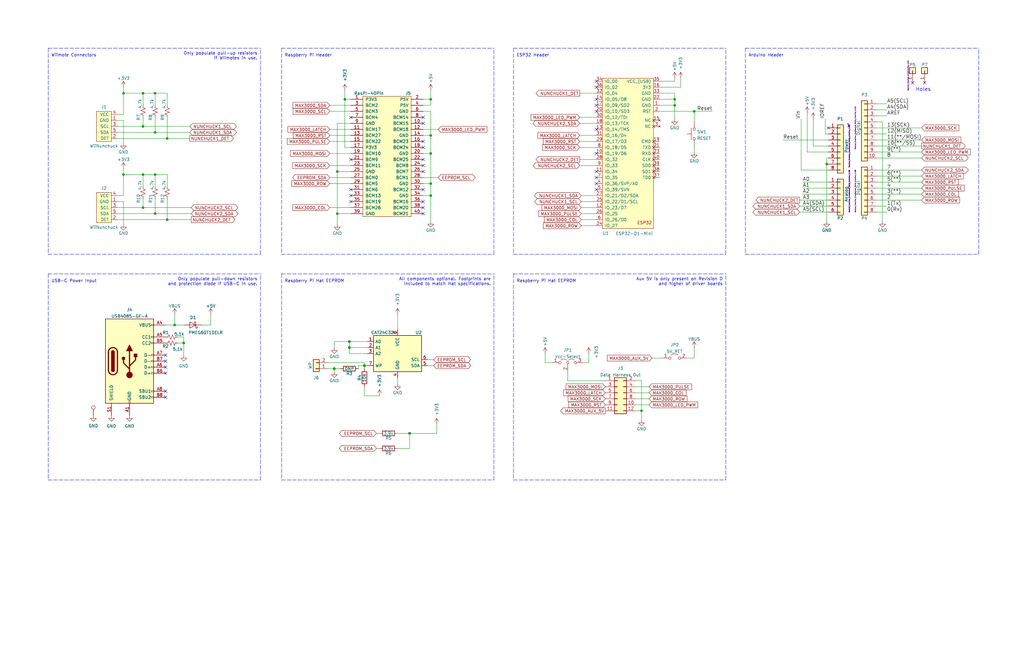
<source format=kicad_sch>
(kicad_sch (version 20211123) (generator eeschema)
  (paper "USLedger")
  (title_block (title "Flippy Dot Arduino Shield") (date "2023-03-06") (rev "C"))
  (junction (at 140.97 155.575) (diameter 1.016))
  (junction (at 181.61 77.47))
  (junction (at 270.51 173.355))
  (junction (at 77.47 144.78))
  (junction (at 142.24 72.39))
  (junction (at 60.325 53.34))
  (junction (at 181.61 41.91))
  (junction (at 73.66 137.16))
  (junction (at 65.405 39.37))
  (junction (at 52.07 39.37))
  (junction (at 284.48 41.91))
  (junction (at 153.67 154.305) (diameter 1.016))
  (junction (at 60.325 39.37))
  (junction (at 65.405 55.88))
  (junction (at 181.61 57.15))
  (junction (at 142.24 90.17))
  (junction (at 60.325 87.63))
  (junction (at 60.325 73.66))
  (junction (at 70.485 92.71))
  (junction (at 145.415 41.91))
  (junction (at 147.32 144.145) (diameter 1.016))
  (junction (at 70.485 58.42))
  (junction (at 65.405 90.17))
  (junction (at 65.405 73.66))
  (junction (at 147.32 146.685) (diameter 1.016))
  (junction (at 181.61 64.77))
  (junction (at 284.48 44.45))
  (junction (at 292.735 46.99))
  (junction (at 172.72 182.88) (diameter 1.016))
  (junction (at 52.07 73.66))
  (junction (at 348.615 69.215))
  (junction (at 181.61 82.55))
  (no_connect (at 147.955 82.55))
  (no_connect (at 389.89 34.925))
  (no_connect (at 384.81 34.925))
  (no_connect (at 69.85 157.48))
  (no_connect (at 69.85 165.1))
  (no_connect (at 147.955 80.01))
  (no_connect (at 147.955 67.31))
  (no_connect (at 178.435 87.63))
  (no_connect (at 178.435 90.17))
  (no_connect (at 178.435 85.09))
  (no_connect (at 178.435 80.01))
  (no_connect (at 147.955 85.09))
  (no_connect (at 178.435 62.23))
  (no_connect (at 178.435 59.69))
  (no_connect (at 178.435 72.39))
  (no_connect (at 178.435 69.85))
  (no_connect (at 178.435 67.31))
  (no_connect (at 178.435 52.07))
  (no_connect (at 178.435 49.53))
  (no_connect (at 147.955 49.53))
  (no_connect (at 251.46 64.77))
  (no_connect (at 69.85 152.4))
  (no_connect (at 349.25 53.975))
  (no_connect (at 69.85 154.94))
  (no_connect (at 251.46 72.39))
  (no_connect (at 251.46 80.01))
  (no_connect (at 251.46 77.47))
  (no_connect (at 251.46 54.61))
  (no_connect (at 251.46 44.45))
  (no_connect (at 251.46 46.99))
  (no_connect (at 251.46 41.91))
  (no_connect (at 251.46 36.83))
  (no_connect (at 251.46 34.29))
  (no_connect (at 251.46 74.93))
  (no_connect (at 69.85 167.64))
  (no_connect (at 69.85 149.86))
  (wire (pts (xy 65.405 73.66) (xy 60.325 73.66)))
  (wire (pts (xy 167.64 159.385) (xy 167.64 161.925)))
  (wire (pts (xy 284.48 44.45) (xy 284.48 50.165)))
  (wire (pts (xy 349.25 61.595) (xy 342.9 61.595)))
  (wire (pts (xy 270.51 173.355) (xy 270.51 177.165)))
  (wire (pts (xy 139.065 57.15) (xy 147.955 57.15)))
  (wire (pts (xy 349.25 84.455) (xy 337.185 84.455)))
  (wire (pts (xy 60.325 39.37) (xy 52.07 39.37)))
  (polyline (pts (xy 118.745 115.57) (xy 118.745 202.565)))
  (wire (pts (xy 244.475 69.85) (xy 251.46 69.85)))
  (wire (pts (xy 181.61 82.55) (xy 181.61 93.345)))
  (wire (pts (xy 245.11 95.25) (xy 251.46 95.25)))
  (wire (pts (xy 153.67 154.305) (xy 153.67 155.575)))
  (wire (pts (xy 273.685 170.815) (xy 267.97 170.815)))
  (polyline (pts (xy 216.535 107.315) (xy 306.07 107.315)))
  (polyline (pts (xy 208.28 202.565) (xy 208.28 115.57)))
  (wire (pts (xy 139.065 64.77) (xy 147.955 64.77)))
  (wire (pts (xy 369.57 76.835) (xy 388.62 76.835)))
  (wire (pts (xy 245.11 85.09) (xy 251.46 85.09)))
  (wire (pts (xy 139.065 46.99) (xy 147.955 46.99)))
  (wire (pts (xy 74.93 144.78) (xy 77.47 144.78)))
  (wire (pts (xy 49.53 53.34) (xy 60.325 53.34)))
  (wire (pts (xy 139.065 69.85) (xy 147.955 69.85)))
  (wire (pts (xy 52.07 85.09) (xy 52.07 94.615)))
  (wire (pts (xy 49.53 85.09) (xy 52.07 85.09)))
  (wire (pts (xy 77.47 149.86) (xy 77.47 144.78)))
  (polyline (pts (xy 216.535 115.57) (xy 306.07 115.57)))
  (wire (pts (xy 142.24 72.39) (xy 142.24 90.17)))
  (wire (pts (xy 147.32 144.145) (xy 154.94 144.145)))
  (wire (pts (xy 142.24 52.07) (xy 142.24 72.39)))
  (polyline (pts (xy 314.325 20.32) (xy 412.75 20.32)))
  (wire (pts (xy 145.415 62.23) (xy 147.955 62.23)))
  (wire (pts (xy 181.61 64.77) (xy 181.61 77.47)))
  (wire (pts (xy 278.13 46.99) (xy 292.735 46.99)))
  (wire (pts (xy 274.955 151.13) (xy 279.4 151.13)))
  (wire (pts (xy 139.065 44.45) (xy 147.955 44.45)))
  (wire (pts (xy 181.61 57.15) (xy 181.61 64.77)))
  (wire (pts (xy 348.615 66.675) (xy 348.615 69.215)))
  (wire (pts (xy 229.87 153.035) (xy 233.045 153.035)))
  (wire (pts (xy 278.13 41.91) (xy 284.48 41.91)))
  (wire (pts (xy 273.685 168.275) (xy 267.97 168.275)))
  (wire (pts (xy 65.405 39.37) (xy 60.325 39.37)))
  (wire (pts (xy 245.11 82.55) (xy 251.46 82.55)))
  (polyline (pts (xy 20.32 107.315) (xy 109.855 107.315)))
  (wire (pts (xy 60.325 44.45) (xy 60.325 39.37)))
  (wire (pts (xy 52.07 82.55) (xy 52.07 73.66)))
  (wire (pts (xy 60.325 49.53) (xy 60.325 53.34)))
  (wire (pts (xy 139.065 77.47) (xy 147.955 77.47)))
  (wire (pts (xy 369.57 56.515) (xy 374.015 56.515)))
  (wire (pts (xy 239.395 156.845) (xy 239.395 160.655)))
  (wire (pts (xy 372.11 51.435) (xy 372.11 93.345)))
  (wire (pts (xy 178.435 41.91) (xy 181.61 41.91)))
  (wire (pts (xy 349.25 66.675) (xy 348.615 66.675)))
  (wire (pts (xy 73.66 137.16) (xy 69.85 137.16)))
  (wire (pts (xy 287.02 36.83) (xy 287.02 33.02)))
  (wire (pts (xy 142.24 72.39) (xy 147.955 72.39)))
  (polyline (pts (xy 118.745 115.57) (xy 208.28 115.57)))
  (wire (pts (xy 278.13 39.37) (xy 284.48 39.37)))
  (wire (pts (xy 278.13 44.45) (xy 284.48 44.45)))
  (wire (pts (xy 273.685 163.195) (xy 267.97 163.195)))
  (wire (pts (xy 289.56 151.13) (xy 292.735 151.13)))
  (wire (pts (xy 138.43 153.035) (xy 153.67 153.035)))
  (wire (pts (xy 70.485 92.71) (xy 80.645 92.71)))
  (wire (pts (xy 244.475 52.07) (xy 251.46 52.07)))
  (wire (pts (xy 245.11 92.71) (xy 251.46 92.71)))
  (wire (pts (xy 70.485 49.53) (xy 70.485 58.42)))
  (wire (pts (xy 369.57 66.675) (xy 388.62 66.675)))
  (wire (pts (xy 347.98 56.515) (xy 349.25 56.515)))
  (wire (pts (xy 349.25 64.135) (xy 340.36 64.135)))
  (wire (pts (xy 49.53 58.42) (xy 70.485 58.42)))
  (wire (pts (xy 284.48 41.91) (xy 284.48 44.45)))
  (wire (pts (xy 292.735 146.685) (xy 292.735 151.13)))
  (wire (pts (xy 244.475 59.69) (xy 251.46 59.69)))
  (wire (pts (xy 153.67 167.005) (xy 153.67 163.195)))
  (wire (pts (xy 70.485 44.45) (xy 70.485 39.37)))
  (wire (pts (xy 369.57 53.975) (xy 388.62 53.975)))
  (polyline (pts (xy 314.325 20.32) (xy 314.325 107.315)))
  (polyline (pts (xy 20.32 202.565) (xy 109.855 202.565)))
  (wire (pts (xy 181.61 44.45) (xy 178.435 44.45)))
  (wire (pts (xy 369.57 71.755) (xy 388.62 71.755)))
  (wire (pts (xy 349.25 79.375) (xy 338.455 79.375)))
  (wire (pts (xy 70.485 83.82) (xy 70.485 92.71)))
  (wire (pts (xy 158.75 189.23) (xy 160.02 189.23)))
  (wire (pts (xy 49.53 50.8) (xy 52.07 50.8)))
  (wire (pts (xy 181.61 46.99) (xy 181.61 57.15)))
  (wire (pts (xy 369.57 43.815) (xy 374.015 43.815)))
  (wire (pts (xy 151.13 154.305) (xy 153.67 154.305)))
  (wire (pts (xy 284.48 39.37) (xy 284.48 41.91)))
  (wire (pts (xy 154.94 146.685) (xy 147.32 146.685)))
  (wire (pts (xy 278.13 36.83) (xy 287.02 36.83)))
  (wire (pts (xy 172.72 189.23) (xy 167.64 189.23)))
  (wire (pts (xy 172.72 189.23) (xy 172.72 182.88)))
  (wire (pts (xy 178.435 57.15) (xy 181.61 57.15)))
  (wire (pts (xy 60.325 83.82) (xy 60.325 87.63)))
  (wire (pts (xy 153.67 153.035) (xy 153.67 154.305)))
  (wire (pts (xy 369.57 84.455) (xy 388.62 84.455)))
  (polyline (pts (xy 109.855 202.565) (xy 109.855 115.57)))
  (wire (pts (xy 229.87 149.225) (xy 229.87 153.035)))
  (wire (pts (xy 65.405 78.74) (xy 65.405 73.66)))
  (wire (pts (xy 270.51 173.355) (xy 267.97 173.355)))
  (wire (pts (xy 145.415 41.91) (xy 145.415 62.23)))
  (polyline (pts (xy 118.745 107.315) (xy 208.28 107.315)))
  (wire (pts (xy 140.97 155.575) (xy 143.51 155.575)))
  (wire (pts (xy 167.64 132.715) (xy 167.64 139.065)))
  (polyline (pts (xy 118.745 20.32) (xy 118.745 107.315)))
  (wire (pts (xy 349.25 71.755) (xy 337.82 71.755)))
  (polyline (pts (xy 20.32 20.32) (xy 20.32 107.315)))
  (wire (pts (xy 244.475 67.31) (xy 251.46 67.31)))
  (wire (pts (xy 77.47 144.78) (xy 77.47 142.24)))
  (wire (pts (xy 49.53 82.55) (xy 52.07 82.55)))
  (wire (pts (xy 245.11 90.17) (xy 251.46 90.17)))
  (wire (pts (xy 178.435 64.77) (xy 181.61 64.77)))
  (wire (pts (xy 145.415 41.91) (xy 145.415 38.1)))
  (wire (pts (xy 140.97 156.845) (xy 140.97 155.575)))
  (wire (pts (xy 184.15 182.88) (xy 184.15 179.07)))
  (wire (pts (xy 138.43 155.575) (xy 140.97 155.575)))
  (wire (pts (xy 147.32 146.685) (xy 147.32 149.225)))
  (wire (pts (xy 158.75 182.88) (xy 160.02 182.88)))
  (polyline (pts (xy 412.75 107.315) (xy 412.75 20.32)))
  (polyline (pts (xy 118.745 20.32) (xy 208.28 20.32)))
  (wire (pts (xy 151.13 154.305) (xy 151.13 155.575)))
  (wire (pts (xy 60.325 87.63) (xy 80.645 87.63)))
  (wire (pts (xy 292.735 64.135) (xy 292.735 61.595)))
  (wire (pts (xy 349.25 76.835) (xy 338.455 76.835)))
  (polyline (pts (xy 20.32 115.57) (xy 109.855 115.57)))
  (polyline (pts (xy 208.28 107.315) (xy 208.28 20.32)))
  (wire (pts (xy 60.325 73.66) (xy 52.07 73.66)))
  (wire (pts (xy 147.32 144.145) (xy 147.32 146.685)))
  (wire (pts (xy 369.57 59.055) (xy 388.62 59.055)))
  (wire (pts (xy 349.25 86.995) (xy 337.185 86.995)))
  (wire (pts (xy 147.32 149.225) (xy 154.94 149.225)))
  (wire (pts (xy 65.405 44.45) (xy 65.405 39.37)))
  (wire (pts (xy 70.485 78.74) (xy 70.485 73.66)))
  (wire (pts (xy 245.745 153.035) (xy 248.285 153.035)))
  (polyline (pts (xy 109.855 107.315) (xy 109.855 20.32)))
  (wire (pts (xy 178.435 46.99) (xy 181.61 46.99)))
  (wire (pts (xy 49.53 55.88) (xy 65.405 55.88)))
  (wire (pts (xy 349.25 59.055) (xy 330.2 59.055)))
  (polyline (pts (xy 20.32 20.32) (xy 109.855 20.32)))
  (wire (pts (xy 369.57 51.435) (xy 372.11 51.435)))
  (wire (pts (xy 349.25 69.215) (xy 348.615 69.215)))
  (wire (pts (xy 178.435 77.47) (xy 181.61 77.47)))
  (wire (pts (xy 369.57 64.135) (xy 388.62 64.135)))
  (wire (pts (xy 139.065 87.63) (xy 147.955 87.63)))
  (polyline (pts (xy 118.745 202.565) (xy 208.28 202.565)))
  (wire (pts (xy 65.405 83.82) (xy 65.405 90.17)))
  (wire (pts (xy 270.51 160.655) (xy 270.51 173.355)))
  (wire (pts (xy 142.24 90.17) (xy 147.955 90.17)))
  (wire (pts (xy 60.325 78.74) (xy 60.325 73.66)))
  (wire (pts (xy 88.9 132.715) (xy 88.9 137.16)))
  (wire (pts (xy 239.395 160.655) (xy 255.27 160.655)))
  (wire (pts (xy 348.615 69.215) (xy 348.615 93.345)))
  (wire (pts (xy 52.07 48.26) (xy 52.07 39.37)))
  (wire (pts (xy 337.82 71.755) (xy 337.82 50.165)))
  (wire (pts (xy 273.685 165.735) (xy 267.97 165.735)))
  (wire (pts (xy 60.325 53.34) (xy 80.01 53.34)))
  (wire (pts (xy 49.53 92.71) (xy 70.485 92.71)))
  (wire (pts (xy 70.485 58.42) (xy 80.01 58.42)))
  (wire (pts (xy 369.57 81.915) (xy 388.62 81.915)))
  (wire (pts (xy 77.47 142.24) (xy 74.93 142.24)))
  (wire (pts (xy 70.485 39.37) (xy 65.405 39.37)))
  (wire (pts (xy 178.435 74.93) (xy 184.785 74.93)))
  (wire (pts (xy 65.405 49.53) (xy 65.405 55.88)))
  (polyline (pts (xy 306.07 202.565) (xy 306.07 115.57)))
  (wire (pts (xy 52.07 73.66) (xy 52.07 71.12)))
  (wire (pts (xy 244.475 62.23) (xy 251.46 62.23)))
  (polyline (pts (xy 216.535 202.565) (xy 306.07 202.565)))
  (polyline (pts (xy 20.32 115.57) (xy 20.32 202.565)))
  (wire (pts (xy 349.25 89.535) (xy 337.185 89.535)))
  (wire (pts (xy 184.785 54.61) (xy 178.435 54.61)))
  (wire (pts (xy 369.57 86.995) (xy 374.015 86.995)))
  (wire (pts (xy 244.475 39.37) (xy 251.46 39.37)))
  (wire (pts (xy 167.64 182.88) (xy 172.72 182.88)))
  (wire (pts (xy 369.57 74.295) (xy 388.62 74.295)))
  (wire (pts (xy 140.97 144.145) (xy 140.97 146.685)))
  (wire (pts (xy 244.475 49.53) (xy 251.46 49.53)))
  (wire (pts (xy 245.11 87.63) (xy 251.46 87.63)))
  (polyline (pts (xy 306.07 107.315) (xy 306.07 20.32)))
  (wire (pts (xy 73.66 137.16) (xy 77.47 137.16)))
  (wire (pts (xy 142.24 90.17) (xy 142.24 94.615)))
  (wire (pts (xy 340.36 64.135) (xy 340.36 47.625)))
  (wire (pts (xy 139.065 59.69) (xy 147.955 59.69)))
  (wire (pts (xy 284.48 33.02) (xy 284.48 34.29)))
  (wire (pts (xy 292.735 46.99) (xy 292.735 51.435)))
  (wire (pts (xy 142.24 52.07) (xy 147.955 52.07)))
  (wire (pts (xy 278.13 34.29) (xy 284.48 34.29)))
  (wire (pts (xy 52.07 39.37) (xy 52.07 36.83)))
  (wire (pts (xy 52.07 50.8) (xy 52.07 60.325)))
  (wire (pts (xy 140.97 144.145) (xy 147.32 144.145)))
  (wire (pts (xy 369.57 46.355) (xy 374.015 46.355)))
  (wire (pts (xy 73.66 132.715) (xy 73.66 137.16)))
  (wire (pts (xy 181.61 38.1) (xy 181.61 41.91)))
  (wire (pts (xy 369.57 79.375) (xy 388.62 79.375)))
  (wire (pts (xy 153.67 154.305) (xy 154.94 154.305)))
  (wire (pts (xy 369.57 48.895) (xy 374.015 48.895)))
  (wire (pts (xy 182.88 151.765) (xy 180.34 151.765)))
  (wire (pts (xy 181.61 77.47) (xy 181.61 82.55)))
  (wire (pts (xy 178.435 82.55) (xy 181.61 82.55)))
  (polyline (pts (xy 216.535 115.57) (xy 216.535 202.565)))
  (wire (pts (xy 182.88 154.305) (xy 180.34 154.305)))
  (wire (pts (xy 342.9 61.595) (xy 342.9 50.165)))
  (wire (pts (xy 49.53 87.63) (xy 60.325 87.63)))
  (wire (pts (xy 347.98 50.165) (xy 347.98 56.515)))
  (polyline (pts (xy 216.535 20.32) (xy 306.07 20.32)))
  (polyline (pts (xy 314.325 107.315) (xy 412.75 107.315)))
  (wire (pts (xy 49.53 90.17) (xy 65.405 90.17)))
  (wire (pts (xy 267.97 160.655) (xy 270.51 160.655)))
  (wire (pts (xy 147.955 41.91) (xy 145.415 41.91)))
  (wire (pts (xy 248.285 153.035) (xy 248.285 149.225)))
  (wire (pts (xy 369.57 89.535) (xy 374.015 89.535)))
  (wire (pts (xy 369.57 61.595) (xy 388.62 61.595)))
  (wire (pts (xy 49.53 48.26) (xy 52.07 48.26)))
  (wire (pts (xy 139.065 74.93) (xy 147.955 74.93)))
  (wire (pts (xy 85.09 137.16) (xy 88.9 137.16)))
  (wire (pts (xy 244.475 57.15) (xy 251.46 57.15)))
  (wire (pts (xy 139.065 54.61) (xy 147.955 54.61)))
  (wire (pts (xy 181.61 41.91) (xy 181.61 44.45)))
  (wire (pts (xy 65.405 90.17) (xy 80.645 90.17)))
  (wire (pts (xy 292.735 46.99) (xy 300.355 46.99)))
  (wire (pts (xy 349.25 81.915) (xy 338.455 81.915)))
  (polyline (pts (xy 216.535 20.32) (xy 216.535 107.315)))
  (wire (pts (xy 160.02 167.005) (xy 153.67 167.005)))
  (wire (pts (xy 172.72 182.88) (xy 184.15 182.88)))
  (wire (pts (xy 70.485 73.66) (xy 65.405 73.66)))
  (wire (pts (xy 65.405 55.88) (xy 80.01 55.88)))
  (text "All components optional. Footprints are\nincluded to match Hat specifications." (at 207.01 120.65 0) (effects (font (size 1.27 1.27)) (justify right bottom)))
  (text "Aux 5V is only present on Revision D\nand higher of driver boards" (at 304.8 120.65 0) (effects (font (size 1.27 1.27)) (justify right bottom)))
  (text "Only populate pull-up resistors\nif Wiimotes in use." (at 108.585 25.4 0) (effects (font (size 1.27 1.27)) (justify right bottom)))
  (text "Raspberry Pi Hat EEPROM" (at 120.015 119.38 0) (effects (font (size 1.27 1.27)) (justify left bottom)))
  (text "ESP32 Header\n" (at 217.805 24.13 0) (effects (font (size 1.27 1.27)) (justify left bottom)))
  (text "Raspberry Pi Header" (at 120.015 24.13 0) (effects (font (size 1.27 1.27)) (justify left bottom)))
  (text "Raspberry Pi Hat EEPROM" (at 217.805 119.38 0) (effects (font (size 1.27 1.27)) (justify left bottom)))
  (text "Holes" (at 386.08 38.735 0) (effects (font (size 1.524 1.524)) (justify left bottom)))
  (text "Wiimote Connectors" (at 21.59 24.13 0) (effects (font (size 1.27 1.27)) (justify left bottom)))
  (text "Only populate pull-down resistors\nand protection diode if USB-C in use." (at 108.585 120.65 0) (effects (font (size 1.27 1.27)) (justify right bottom)))
  (text "USB-C Power Input" (at 21.59 119.38 0) (effects (font (size 1.27 1.27)) (justify left bottom)))
  (text "Arduino Header\n" (at 315.595 24.13 0) (effects (font (size 1.27 1.27)) (justify left bottom)))
  (text "1" (at 356.87 53.975 0) (effects (font (size 1.524 1.524)) (justify left bottom)))
  (label "Vin" (at 337.82 50.165 90) (effects (font (size 1.524 1.524))))
  (label "0(Rx)" (at 374.015 89.535 0) (effects (font (size 1.524 1.524))))
  (label "A4(SDA)" (at 338.455 86.995 0) (effects (font (size 1.524 1.524))))
  (label "4" (at 374.015 79.375 0) (effects (font (size 1.524 1.524))))
  (label "5(**)" (at 374.015 76.835 0) (effects (font (size 1.524 1.524))))
  (label "A2" (at 338.455 81.915 0) (effects (font (size 1.524 1.524))))
  (label "A5(SCL)" (at 338.455 89.535 0) (effects (font (size 1.524 1.524))))
  (label "A0" (at 338.455 76.835 0) (effects (font (size 1.524 1.524))))
  (label "A1" (at 338.455 79.375 0) (effects (font (size 1.524 1.524))))
  (label "10(**/SS)" (at 374.015 61.595 0) (effects (font (size 1.524 1.524))))
  (label "13(SCK)" (at 374.015 53.975 0) (effects (font (size 1.524 1.524))))
  (label "7" (at 374.015 71.755 0) (effects (font (size 1.524 1.524))))
  (label "A4(SDA)" (at 374.015 46.355 0) (effects (font (size 1.524 1.524))))
  (label "A3" (at 338.455 84.455 0) (effects (font (size 1.524 1.524))))
  (label "Reset" (at 330.2 59.055 0) (effects (font (size 1.524 1.524))))
  (label "2" (at 374.015 84.455 0) (effects (font (size 1.524 1.524))))
  (label "12(MISO)" (at 374.015 56.515 0) (effects (font (size 1.524 1.524))))
  (label "3(**)" (at 374.015 81.915 0) (effects (font (size 1.524 1.524))))
  (label "9(**)" (at 374.015 64.135 0) (effects (font (size 1.524 1.524))))
  (label "8" (at 374.015 66.675 0) (effects (font (size 1.524 1.524))))
  (label "A5(SCL)" (at 374.015 43.815 0) (effects (font (size 1.524 1.524))))
  (label "IOREF" (at 347.98 50.165 90) (effects (font (size 1.524 1.524))))
  (label "AREF" (at 374.015 48.895 0) (effects (font (size 1.524 1.524))))
  (label "11(**/MOSI)" (at 374.015 59.055 0) (effects (font (size 1.524 1.524))))
  (label "Reset" (at 300.355 46.99 180) (effects (font (size 1.524 1.524))))
  (label "1(Tx)" (at 374.015 86.995 0) (effects (font (size 1.524 1.524))))
  (label "6(**)" (at 374.015 74.295 0) (effects (font (size 1.524 1.524))))
  (global_label "NUNCHUCK2_SCL" (shape bidirectional) (at 388.62 66.675 0) (property "Intersheet References" "${INTERSHEET_REFS}" (effects hide)))
  (global_label "MAX3000_SCK" (shape input) (at 139.065 69.85 180) (property "Intersheet References" "${INTERSHEET_REFS}" (effects hide)))
  (global_label "MAX3000_RST" (shape input) (at 139.065 57.15 180) (property "Intersheet References" "${INTERSHEET_REFS}" (effects hide)))
  (global_label "NUNCHUCK2_SCL" (shape bidirectional) (at 80.645 87.63 0) (property "Intersheet References" "${INTERSHEET_REFS}" (effects hide)))
  (global_label "NUNCHUCK2_SCL" (shape bidirectional) (at 244.475 69.85 180) (property "Intersheet References" "${INTERSHEET_REFS}" (effects hide)))
  (global_label "EEPROM_SDA" (shape bidirectional) (at 182.88 154.305 0) (property "Intersheet References" "${INTERSHEET_REFS}" (effects hide)))
  (global_label "NUNCHUCK1_SCL" (shape bidirectional) (at 337.185 89.535 180) (property "Intersheet References" "${INTERSHEET_REFS}" (effects hide)))
  (global_label "MAX3000_SCL" (shape input) (at 139.065 46.99 180) (property "Intersheet References" "${INTERSHEET_REFS}" (effects hide)))
  (global_label "MAX3000_RST" (shape input) (at 255.27 170.815 180) (property "Intersheet References" "${INTERSHEET_REFS}" (effects hide)))
  (global_label "NUNCHUCK2_DET" (shape output) (at 337.185 84.455 180) (property "Intersheet References" "${INTERSHEET_REFS}" (effects hide)))
  (global_label "MAX3000_COL" (shape input) (at 139.065 87.63 180) (property "Intersheet References" "${INTERSHEET_REFS}" (effects hide)))
  (global_label "MAX3000_COL" (shape input) (at 245.11 92.71 180) (property "Intersheet References" "${INTERSHEET_REFS}" (effects hide)))
  (global_label "EEPROM_SCL" (shape bidirectional) (at 184.785 74.93 0) (property "Intersheet References" "${INTERSHEET_REFS}" (effects hide)))
  (global_label "NUNCHUCK2_SDA" (shape bidirectional) (at 388.62 71.755 0) (property "Intersheet References" "${INTERSHEET_REFS}" (effects hide)))
  (global_label "MAX3000_ROW" (shape input) (at 273.685 168.275 0) (property "Intersheet References" "${INTERSHEET_REFS}" (effects hide)))
  (global_label "NUNCHUCK1_DET" (shape output) (at 388.62 61.595 0) (property "Intersheet References" "${INTERSHEET_REFS}" (effects hide)))
  (global_label "MAX3000_PULSE" (shape input) (at 273.685 163.195 0) (property "Intersheet References" "${INTERSHEET_REFS}" (effects hide)))
  (global_label "MAX3000_LATCH" (shape input) (at 139.065 54.61 180) (property "Intersheet References" "${INTERSHEET_REFS}" (effects hide)))
  (global_label "NUNCHUCK2_DET" (shape output) (at 244.475 67.31 180) (property "Intersheet References" "${INTERSHEET_REFS}" (effects hide)))
  (global_label "EEPROM_SCL" (shape bidirectional) (at 182.88 151.765 0) (property "Intersheet References" "${INTERSHEET_REFS}" (effects hide)))
  (global_label "MAX3000_MOSI" (shape input) (at 139.065 64.77 180) (property "Intersheet References" "${INTERSHEET_REFS}" (effects hide)))
  (global_label "NUNCHUCK1_SDA" (shape bidirectional) (at 80.01 55.88 0) (property "Intersheet References" "${INTERSHEET_REFS}" (effects hide)))
  (global_label "MAX3000_LED_PWM" (shape input) (at 273.685 170.815 0) (property "Intersheet References" "${INTERSHEET_REFS}" (effects hide)))
  (global_label "MAX3000_ROW" (shape input) (at 245.11 95.25 180) (property "Intersheet References" "${INTERSHEET_REFS}" (effects hide)))
  (global_label "NUNCHUCK1_SDA" (shape bidirectional) (at 337.185 86.995 180) (property "Intersheet References" "${INTERSHEET_REFS}" (effects hide)))
  (global_label "EEPROM_SCL" (shape bidirectional) (at 158.75 182.88 180) (property "Intersheet References" "${INTERSHEET_REFS}" (effects hide)))
  (global_label "MAX3000_PULSE" (shape input) (at 139.065 59.69 180) (property "Intersheet References" "${INTERSHEET_REFS}" (effects hide)))
  (global_label "MAX3000_ROW" (shape input) (at 388.62 84.455 0) (property "Intersheet References" "${INTERSHEET_REFS}" (effects hide)))
  (global_label "MAX3000_MOSI" (shape input) (at 255.27 163.195 180) (property "Intersheet References" "${INTERSHEET_REFS}" (effects hide)))
  (global_label "NUNCHUCK1_SCL" (shape bidirectional) (at 80.01 53.34 0) (property "Intersheet References" "${INTERSHEET_REFS}" (effects hide)))
  (global_label "MAX3000_SCK" (shape input) (at 244.475 62.23 180) (property "Intersheet References" "${INTERSHEET_REFS}" (effects hide)))
  (global_label "MAX3000_SDA" (shape input) (at 139.065 44.45 180) (property "Intersheet References" "${INTERSHEET_REFS}" (effects hide)))
  (global_label "MAX3000_COL" (shape input) (at 273.685 165.735 0) (property "Intersheet References" "${INTERSHEET_REFS}" (effects hide)))
  (global_label "MAX3000_AUX_5V" (shape input) (at 274.955 151.13 180) (property "Intersheet References" "${INTERSHEET_REFS}" (effects hide)))
  (global_label "MAX3000_SCK" (shape input) (at 388.62 53.975 0) (property "Intersheet References" "${INTERSHEET_REFS}" (effects hide)))
  (global_label "NUNCHUCK1_SCL" (shape bidirectional) (at 245.11 85.09 180) (property "Intersheet References" "${INTERSHEET_REFS}" (effects hide)))
  (global_label "NUNCHUCK2_SDA" (shape bidirectional) (at 80.645 90.17 0) (property "Intersheet References" "${INTERSHEET_REFS}" (effects hide)))
  (global_label "NUNCHUCK1_DET" (shape output) (at 244.475 39.37 180) (property "Intersheet References" "${INTERSHEET_REFS}" (effects hide)))
  (global_label "MAX3000_LATCH" (shape input) (at 255.27 165.735 180) (property "Intersheet References" "${INTERSHEET_REFS}" (effects hide)))
  (global_label "EEPROM_SDA" (shape bidirectional) (at 139.065 74.93 180) (property "Intersheet References" "${INTERSHEET_REFS}" (effects hide)))
  (global_label "MAX3000_LED_PWM" (shape input) (at 244.475 49.53 180) (property "Intersheet References" "${INTERSHEET_REFS}" (effects hide)))
  (global_label "MAX3000_LED_PWM" (shape input) (at 184.785 54.61 0) (property "Intersheet References" "${INTERSHEET_REFS}" (effects hide)))
  (global_label "NUNCHUCK1_SDA" (shape bidirectional) (at 245.11 82.55 180) (property "Intersheet References" "${INTERSHEET_REFS}" (effects hide)))
  (global_label "MAX3000_RST" (shape input) (at 388.62 76.835 0) (property "Intersheet References" "${INTERSHEET_REFS}" (effects hide)))
  (global_label "MAX3000_SCK" (shape input) (at 255.27 168.275 180) (property "Intersheet References" "${INTERSHEET_REFS}" (effects hide)))
  (global_label "NUNCHUCK1_DET" (shape output) (at 80.01 58.42 0) (property "Intersheet References" "${INTERSHEET_REFS}" (effects hide)))
  (global_label "MAX3000_MOSI" (shape input) (at 245.11 87.63 180) (property "Intersheet References" "${INTERSHEET_REFS}" (effects hide)))
  (global_label "MAX3000_ROW" (shape input) (at 139.065 77.47 180) (property "Intersheet References" "${INTERSHEET_REFS}" (effects hide)))
  (global_label "NUNCHUCK2_DET" (shape output) (at 80.645 92.71 0) (property "Intersheet References" "${INTERSHEET_REFS}" (effects hide)))
  (global_label "MAX3000_LED_PWM" (shape input) (at 388.62 64.135 0) (property "Intersheet References" "${INTERSHEET_REFS}" (effects hide)))
  (global_label "NUNCHUCK2_SDA" (shape bidirectional) (at 244.475 52.07 180) (property "Intersheet References" "${INTERSHEET_REFS}" (effects hide)))
  (global_label "MAX3000_MOSI" (shape input) (at 388.62 59.055 0) (property "Intersheet References" "${INTERSHEET_REFS}" (effects hide)))
  (global_label "MAX3000_LATCH" (shape input) (at 244.475 57.15 180) (property "Intersheet References" "${INTERSHEET_REFS}" (effects hide)))
  (global_label "MAX3000_LATCH" (shape input) (at 388.62 74.295 0) (property "Intersheet References" "${INTERSHEET_REFS}" (effects hide)))
  (global_label "EEPROM_SDA" (shape bidirectional) (at 158.75 189.23 180) (property "Intersheet References" "${INTERSHEET_REFS}" (effects hide)))
  (global_label "MAX3000_AUX_5V" (shape output) (at 255.27 173.355 180) (property "Intersheet References" "${INTERSHEET_REFS}" (effects hide)))
  (global_label "MAX3000_COL" (shape input) (at 388.62 81.915 0) (property "Intersheet References" "${INTERSHEET_REFS}" (effects hide)))
  (global_label "MAX3000_PULSE" (shape input) (at 245.11 90.17 180) (property "Intersheet References" "${INTERSHEET_REFS}" (effects hide)))
  (global_label "MAX3000_PULSE" (shape input) (at 388.62 79.375 0) (property "Intersheet References" "${INTERSHEET_REFS}" (effects hide)))
  (global_label "MAX3000_RST" (shape input) (at 244.475 59.69 180) (property "Intersheet References" "${INTERSHEET_REFS}" (effects hide)))
  (symbol (lib_id "Connector_Generic:Conn_01x08") (at 354.33 61.595 0) (unit 1)
    (property "Reference" "P1" (at 354.33 50.165 0))
    (property "Value" "Power" (at 356.87 61.595 90))
    (property "Footprint" "Socket_Arduino_Uno:Socket_Strip_Arduino_1x08" (at 358.14 61.595 90) (effects (font (size 0.508 0.508))))
  )
  (symbol (lib_id "power:+3.3V") (at 342.9 50.165 0) (unit 1)
    (property "Reference" "#PWR01" (effects hide))
    (property "Value" "+3.3V" (at 342.9 43.815 90))
  )
  (symbol (lib_id "power:+5V") (at 340.36 47.625 0) (unit 1)
    (property "Reference" "#PWR02" (effects hide))
    (property "Value" "+5V" (at 340.36 42.545 90))
  )
  (symbol (lib_id "power:GND") (at 348.615 93.345 0) (unit 1)
    (property "Reference" "#PWR03" (effects hide))
    (property "Value" "GND" (at 348.615 97.155 0))
  )
  (symbol (lib_id "power:GND") (at 372.11 93.345 0) (unit 1)
    (property "Reference" "#PWR04" (effects hide))
    (property "Value" "GND" (at 372.11 97.155 0))
  )
  (symbol (lib_id "Connector_Generic:Conn_01x06") (at 354.33 81.915 0) (unit 1)
    (property "Reference" "P2" (at 354.33 92.075 0))
    (property "Value" "Analog" (at 356.87 81.915 90))
    (property "Footprint" "Socket_Arduino_Uno:Socket_Strip_Arduino_1x06" (at 358.14 80.645 90) (effects (font (size 0.508 0.508))))
  )
  (symbol (lib_id "Connector_Generic:Conn_01x01") (at 384.81 29.845 90) (unit 1)
    (property "Reference" "P5" (at 384.81 27.305 90))
    (property "Value" "CONN_01X01" (effects hide))
    (property "Footprint" "Socket_Arduino_Uno:Arduino_1pin" (at 382.9304 31.8516 0) (effects (font (size 0.508 0.508))))
  )
  (symbol (lib_id "Connector_Generic:Conn_01x01") (at 389.89 29.845 90) (unit 1)
    (property "Reference" "P7" (at 389.89 27.305 90))
    (property "Value" "CONN_01X01" (effects hide))
    (property "Footprint" "Socket_Arduino_Uno:Arduino_1pin" (effects hide))
  )
  (symbol (lib_id "Connector_Generic:Conn_01x08") (at 364.49 79.375 0) (mirror y) (unit 1)
    (property "Reference" "P4" (at 364.49 92.075 0))
    (property "Value" "Digital" (at 361.95 79.375 90))
    (property "Footprint" "Socket_Arduino_Uno:Socket_Strip_Arduino_1x08" (at 360.68 80.645 90) (effects (font (size 0.508 0.508))))
  )
  (symbol (lib_id "Connector_Generic:Conn_01x10") (at 364.49 53.975 0) (mirror y) (unit 1)
    (property "Reference" "P3" (at 364.49 40.005 0))
    (property "Value" "Digital" (at 361.95 53.975 90))
    (property "Footprint" "Socket_Arduino_Uno:Socket_Strip_Arduino_1x10" (at 360.68 53.975 90) (effects (font (size 0.508 0.508))))
  )
  (symbol (lib_id "Switch:SW_Push") (at 292.735 56.515 90) (unit 1)
    (property "Reference" "SW1" (at 293.878 55.6065 90) (effects (justify right)))
    (property "Value" "RESET" (at 293.878 58.3816 90) (effects (justify right)))
    (property "Footprint" "Button_Switch_SMD:SW_SPST_PTS645" (effects hide))
  )
  (symbol (lib_id "Diode:PMEG60T10ELR") (at 81.28 137.16 180) (unit 1)
    (property "Reference" "D1" (at 80.01 133.985 0) (effects (justify right)))
    (property "Value" "PMEG60T10ELR" (at 79.375 140.335 0) (effects (justify right)))
    (property "Footprint" "Diode_SMD:D_SOD-123" (effects hide))
    (property "Datasheet" "https://assets.nexperia.com/documents/data-sheet/PMEG60T10ELR.pdf" (effects hide))
  )
  (symbol (lib_id "Nieto_Connector:WiiNunchuck") (at 46.99 87.63 0) (unit 1) (in_bom no)
    (property "Reference" "J2" (at 43.815 79.375 0))
    (property "Value" "WiiNunchuck" (at 43.815 95.885 0))
    (property "Footprint" "Nieto_Connector:WiiNunchuck" (effects hide))
  )
  (symbol (lib_id "power:+5V") (at 229.87 149.225 0) (unit 1)
    (property "Reference" "#PWR010" (effects hide))
    (property "Value" "+5V" (at 229.87 144.145 90))
  )
  (symbol (lib_id "Device:R_Small_US") (at 60.325 46.99 180) (unit 1)
    (property "Reference" "R7" (at 58.42 49.53 90))
    (property "Value" "4.7k" (at 59.055 43.815 90))
    (property "Footprint" "Resistor_SMD:R_0603_1608Metric" (effects hide))
  )
  (symbol (lib_id "power:+3.3V") (at 287.02 33.02 0) (mirror y) (unit 1)
    (property "Reference" "#PWR06" (effects hide))
    (property "Value" "+3.3V" (at 287.02 26.67 90))
  )
  (symbol (lib_id "power:+3.3V") (at 52.07 71.12 0) (unit 1)
    (property "Reference" "#PWR0114" (effects hide))
    (property "Value" "+3.3V" (at 52.07 67.31 0))
  )
  (symbol (lib_id "power:GND") (at 39.37 175.26 0) (mirror y) (unit 1)
    (property "Reference" "#PWR0101" (effects hide))
    (property "Value" "GND" (at 39.37 179.705 0))
  )
  (symbol (lib_id "power:GND") (at 140.97 156.845 0) (unit 1)
    (property "Reference" "#PWR0108" (effects hide))
    (property "Value" "GND" (at 140.97 160.655 0))
  )
  (symbol (lib_id "power:+3.3V") (at 52.07 36.83 0) (unit 1)
    (property "Reference" "#PWR08" (effects hide))
    (property "Value" "+3.3V" (at 52.07 33.02 0))
  )
  (symbol (lib_id "power:GND") (at 54.61 175.26 0) (unit 1)
    (property "Reference" "#PWR019" (effects hide))
    (property "Value" "GND" (at 54.61 179.8225 0))
  )
  (symbol (lib_id "power:+3.3V") (at 184.15 179.07 0) (mirror y) (unit 1)
    (property "Reference" "#PWR0111" (effects hide))
    (property "Value" "+3.3V" (at 184.15 172.72 90))
  )
  (symbol (lib_id "power:GND") (at 140.97 146.685 0) (unit 1)
    (property "Reference" "#PWR0107" (effects hide))
    (property "Value" "GND" (at 140.97 150.495 0))
  )
  (symbol (lib_id "power:+3.3V") (at 160.02 167.005 0) (mirror y) (unit 1)
    (property "Reference" "#PWR0110" (effects hide))
    (property "Value" "+3.3V" (at 160.02 160.655 90))
  )
  (symbol (lib_id "power:GND") (at 52.07 60.325 0) (mirror y) (unit 1)
    (property "Reference" "#PWR09" (effects hide))
    (property "Value" "GND" (at 52.07 64.135 0))
  )
  (symbol (lib_id "raspberrypi_hat:OX40HAT") (at 163.195 41.91 0) (unit 1)
    (property "Reference" "J5" (at 172.085 39.37 0))
    (property "Value" "RasPI-40Pin" (at 155.575 39.37 0))
    (property "Footprint" "Connector_IDC:IDC-Header_2x20_P2.54mm_Vertical" (effects hide))
  )
  (symbol (lib_id "power:+3.3V") (at 167.64 132.715 0) (mirror y) (unit 1)
    (property "Reference" "#PWR0106" (effects hide))
    (property "Value" "+3.3V" (at 167.64 126.365 90))
  )
  (symbol (lib_id "Device:R_Small_US") (at 60.325 81.28 180) (unit 1)
    (property "Reference" "R10" (at 58.42 83.82 90))
    (property "Value" "4.7k" (at 59.055 78.105 90))
    (property "Footprint" "Resistor_SMD:R_0603_1608Metric" (effects hide))
  )
  (symbol (lib_id "Connector:TestPoint") (at 39.37 175.26 0) (unit 1)
    (property "Reference" "TP7" (effects hide))
    (property "Value" "GND" (effects hide))
    (property "Footprint" "TestPoint:TestPoint_Keystone_5005-5009_Compact" (effects hide))
  )
  (symbol (lib_id "power:+5V") (at 181.61 38.1 0) (unit 1)
    (property "Reference" "#PWR0102" (effects hide))
    (property "Value" "+5V" (at 181.61 33.02 90))
  )
  (symbol (lib_id "power:GND") (at 77.47 149.86 0) (unit 1)
    (property "Reference" "#PWR017" (effects hide))
    (property "Value" "GND" (at 77.47 154.4225 0))
  )
  (symbol (lib_id "Device:R_Small_US") (at 72.39 144.78 90) (unit 1)
    (property "Reference" "R2" (at 69.85 146.05 90))
    (property "Value" "5.1k" (at 74.93 147.32 90))
    (property "Footprint" "Resistor_SMD:R_0603_1608Metric" (effects hide))
  )
  (symbol (lib_id "Connector:USB_C_Receptacle_USB2.0") (at 54.61 152.4 0) (unit 1)
    (property "Reference" "J4" (at 54.61 130.6535 0))
    (property "Value" "USB4085-GF-A" (at 54.61 133.4286 0))
    (property "Footprint" "Connector_USB:USB_C_Receptacle_GCT_USB4085" (effects hide))
    (property "Datasheet" "https://www.usb.org/sites/default/files/documents/usb_type-c.zip" (effects hide))
  )
  (symbol (lib_id "power:GND") (at 142.24 94.615 0) (mirror y) (unit 1)
    (property "Reference" "#PWR0104" (effects hide))
    (property "Value" "GND" (at 142.24 98.425 0))
  )
  (symbol (lib_id "Device:R_Small_US") (at 70.485 81.28 180) (unit 1)
    (property "Reference" "R12" (at 68.58 83.82 90))
    (property "Value" "4.7k" (at 69.215 78.105 90))
    (property "Footprint" "Resistor_SMD:R_0603_1608Metric" (effects hide))
  )
  (symbol (lib_id "power:GND") (at 52.07 94.615 0) (mirror y) (unit 1)
    (property "Reference" "#PWR013" (effects hide))
    (property "Value" "GND" (at 52.07 98.425 0))
  )
  (symbol (lib_name "WiiNunchuck_1") (lib_id "Nieto_Connector:WiiNunchuck") (at 46.99 53.34 0) (unit 1) (in_bom no)
    (property "Reference" "J1" (at 43.815 45.085 0))
    (property "Value" "WiiNunchuck" (at 43.815 61.595 0))
    (property "Footprint" "Nieto_Connector:WiiNunchuck" (effects hide))
  )
  (symbol (lib_id "power:+3.3V") (at 145.415 38.1 0) (mirror y) (unit 1)
    (property "Reference" "#PWR011" (effects hide))
    (property "Value" "+3.3V" (at 145.415 31.75 90))
  )
  (symbol (lib_id "Device:R_Small_US") (at 65.405 81.28 180) (unit 1)
    (property "Reference" "R11" (at 63.5 83.82 90))
    (property "Value" "4.7k" (at 64.135 78.105 90))
    (property "Footprint" "Resistor_SMD:R_0603_1608Metric" (effects hide))
  )
  (symbol (lib_id "power:GND") (at 167.64 161.925 0) (unit 1)
    (property "Reference" "#PWR0109" (effects hide))
    (property "Value" "GND" (at 167.64 165.735 0))
  )
  (symbol (lib_id "power:GND") (at 292.735 64.135 0) (mirror y) (unit 1)
    (property "Reference" "#PWR0112" (effects hide))
    (property "Value" "GND" (at 292.735 67.945 0))
  )
  (symbol (lib_id "Device:R") (at 147.32 155.575 270) (unit 1)
    (property "Reference" "R3" (at 147.32 157.607 90))
    (property "Value" "DNP" (at 147.32 155.575 90))
    (property "Footprint" "Resistor_SMD:R_0603_1608Metric" (effects hide))
  )
  (symbol (lib_id "Jumper:Jumper_3_Open") (at 239.395 153.035 0) (unit 1)
    (property "Reference" "JP1" (at 239.395 147.6963 0))
    (property "Value" "Vcc-Select" (at 239.395 150.4714 0))
    (property "Footprint" "Connector_PinHeader_2.54mm:PinHeader_1x03_P2.54mm_Vertical" (effects hide))
  )
  (symbol (lib_id "power:GND") (at 46.99 175.26 0) (unit 1)
    (property "Reference" "#PWR018" (effects hide))
    (property "Value" "GND" (at 46.99 179.8225 0))
  )
  (symbol (lib_id "Device:R_Small_US") (at 72.39 142.24 90) (unit 1)
    (property "Reference" "R1" (at 69.85 140.335 90))
    (property "Value" "5.1k" (at 75.565 140.97 90))
    (property "Footprint" "Resistor_SMD:R_0603_1608Metric" (effects hide))
  )
  (symbol (lib_id "Connector_Generic:Conn_01x02") (at 133.35 155.575 180) (unit 1)
    (property "Reference" "J6" (at 133.35 159.385 0))
    (property "Value" "WP" (at 130.81 154.305 90))
    (property "Footprint" "Connector_PinHeader_2.54mm:PinHeader_1x02_P2.54mm_Vertical" (effects hide))
    (property "Datasheet" "~" (at 133.35 155.575 0))
  )
  (symbol (lib_id "Connector_Generic:Conn_02x06_Odd_Even") (at 260.35 165.735 0) (unit 1)
    (property "Reference" "J3" (at 261.62 155.4185 0))
    (property "Value" "Data Harness Out" (at 261.62 158.1936 0))
    (property "Footprint" "Connector_IDC:IDC-Header_2x06_P2.54mm_Vertical" (effects hide))
  )
  (symbol (lib_id "power:GND") (at 270.51 177.165 0) (unit 1)
    (property "Reference" "#PWR014" (effects hide))
    (property "Value" "GND" (at 270.51 180.975 0))
  )
  (symbol (lib_id "power:+5V") (at 88.9 132.715 0) (unit 1)
    (property "Reference" "#PWR016" (effects hide))
    (property "Value" "+5V" (at 88.9 129.1105 0))
  )
  (symbol (lib_id "power:+5V") (at 284.48 33.02 0) (unit 1)
    (property "Reference" "#PWR05" (effects hide))
    (property "Value" "+5V" (at 284.48 27.94 90))
  )
  (symbol (lib_id "power:VBUS") (at 73.66 132.715 0) (unit 1)
    (property "Reference" "#PWR015" (effects hide))
    (property "Value" "VBUS" (at 73.66 129.1105 0))
  )
  (symbol (lib_id "Device:R") (at 163.83 189.23 270) (unit 1)
    (property "Reference" "R6" (at 163.83 191.262 90))
    (property "Value" "3.9k" (at 163.83 189.23 90))
    (property "Footprint" "Resistor_SMD:R_0603_1608Metric" (effects hide))
  )
  (symbol (lib_id "raspberrypi_hat:CAT24C32") (at 167.64 149.225 0) (unit 1)
    (property "Reference" "U2" (at 176.53 140.335 0))
    (property "Value" "CAT24C32" (at 161.29 140.335 0))
    (property "Footprint" "Package_SO:SOIC-8_3.9x4.9mm_P1.27mm" (effects hide))
  )
  (symbol (lib_id "Device:R") (at 163.83 182.88 270) (unit 1)
    (property "Reference" "R5" (at 163.83 184.912 90))
    (property "Value" "3.9k" (at 163.83 182.88 90))
    (property "Footprint" "Resistor_SMD:R_0603_1608Metric" (effects hide))
  )
  (symbol (lib_id "power:VBUS") (at 292.735 146.685 0) (unit 1)
    (property "Reference" "#PWR0105" (effects hide))
    (property "Value" "VBUS" (at 292.735 143.0805 0))
  )
  (symbol (lib_id "power:+3.3V") (at 248.285 149.225 0) (unit 1)
    (property "Reference" "#PWR0113" (effects hide))
    (property "Value" "+3.3V" (at 251.46 148.59 90))
  )
  (symbol (lib_id "power:GND") (at 181.61 93.345 0) (mirror y) (unit 1)
    (property "Reference" "#PWR0103" (effects hide))
    (property "Value" "GND" (at 181.61 97.155 0))
  )
  (symbol (lib_id "Device:R_Small_US") (at 70.485 46.99 180) (unit 1)
    (property "Reference" "R9" (at 68.58 49.53 90))
    (property "Value" "4.7k" (at 69.215 43.815 90))
    (property "Footprint" "Resistor_SMD:R_0603_1608Metric" (effects hide))
  )
  (symbol (lib_id "Nieto_MCU_Espressif:ESP32-D1-Mini") (at 264.922 66.04 0) (unit 1)
    (property "Reference" "U1" (at 255.397 98.425 0))
    (property "Value" "ESP32-D1-Mini" (at 267.462 98.552 0))
    (property "Footprint" "Nieto_Module:ESP32_mini" (effects hide))
  )
  (symbol (lib_id "power:GND") (at 284.48 50.165 0) (mirror y) (unit 1)
    (property "Reference" "#PWR07" (effects hide))
    (property "Value" "GND" (at 284.48 53.975 0))
  )
  (symbol (lib_id "Device:R_Small_US") (at 65.405 46.99 180) (unit 1)
    (property "Reference" "R8" (at 63.5 49.53 90))
    (property "Value" "4.7k" (at 64.135 43.815 90))
    (property "Footprint" "Resistor_SMD:R_0603_1608Metric" (effects hide))
  )
  (symbol (lib_id "Jumper:Jumper_2_Open") (at 284.48 151.13 0) (unit 1)
    (property "Reference" "JP2" (at 284.48 145.5125 0))
    (property "Value" "5V_RET" (at 284.48 148.2876 0))
    (property "Footprint" "Connector_PinHeader_2.54mm:PinHeader_1x02_P2.54mm_Vertical" (effects hide))
  )
  (symbol (lib_id "Device:R") (at 153.67 159.385 180) (unit 1)
    (property "Reference" "R4" (at 151.638 159.385 90))
    (property "Value" "10K" (at 153.67 159.385 90))
    (property "Footprint" "Resistor_SMD:R_0603_1608Metric" (effects hide))
  )
)
</source>
